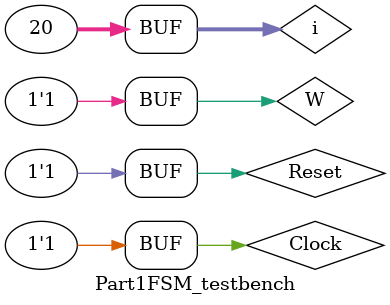
<source format=sv>

module Part1FSM(Clock, Reset, W, Z, y);
//...define input and output ports
//...define signals
    
	input logic Clock, Reset, W;
	output logic Z = 0;
	logic [3:0] CurrentState, NextState;
	logic Enable;
	logic ClearN;
	output logic [3:0] y = 0;
	logic [2:0] t;
	
	assign t[0] = Enable & y[0];
	assign t[1] = t[0] & y[1];
	assign t[2] = t[1] & y[2];
	
	//assign ClearN = 1;
	
	localparam  A = 4'h0,
				B = 4'h1,
				C = 4'h2,
				D = 4'h3,
				E = 4'h4,
				F = 4'h5,
				G = 4'h6,
				H = 4'h7,
				I = 4'h8;
				
							
	always_comb begin
		case(CurrentState)
		A: if (!W) NextState = B;
			else NextState = F;
		B: if (!W) NextState = C;
			else NextState = F;
		C: if (!W) NextState = D;
			else NextState = F;
		D: if (!W) NextState = E;
			else NextState = F;
		E: if (!W) NextState = E;
			else NextState = F;
		F: if (!W) NextState = B;
			else NextState = G;
		G: if (!W) NextState = B;
			else NextState = H;
		H: if (!W) NextState = B;
			else NextState = I;
		I: if (!W) NextState = B;
			else NextState = I;	
			default: NextState = 4'h0; //A
		endcase
	end //state_table
	
	
//module TestTFF( T, Clk, ClrN, Q/*, QN*/ );
	always_ff @(posedge Clock) begin
	
		if (Reset) begin
			CurrentState <= A;
			//Enable <= 0;
			Z <= 0;
			ClearN <= 0;
		end else begin
			CurrentState <= NextState;
		//	if (y < 8) begin Enable <= 1; end
			ClearN <= 1;
			if ((CurrentState == I) || (CurrentState ==  E)) begin
				Z <= 1; //LEDG is on
			end else Z <= 0;
		end
		y = CurrentState;
	end // state_FFS		
		 //assignments for output z and the LEDS
endmodule
	
module 	Part1FSM_testbench;

	logic Clock, Reset, W, Z, y;
	
	integer i;
	
	Part1FSM dut(Clock, Reset, W, Z, y);
	
	initial begin
		//Reset = 1;
		//#10;
		Reset = 0;
		W = 0;
		//#10;
		for (int i = 0; i < 20; i++)begin
			Clock = 0;
			#10
			//$monitor(Z);
			Clock = 1; 
			#10
			$monitor(Z);
		end
		Reset = 1;
		//#10;
		Reset = 0;
		W = 1;
		//#10
		for (i = 0; i < 20; i++)begin
			Clock = 0;
			#10
			//$monitor(Z);
			Clock = 1; 
			#10
			$monitor(Z);
		end
		Reset = 1;
		W = 0;
	//	#10;
		for (i = 0; i < 20; i++)begin
			Clock = 0;
			#10
			//$monitor(Z);
			Clock = 1; 
			#10
			$monitor(Z);
		end
		Reset = 1;
		W = 1;
	//	#10;
		for (i = 0; i < 20; i++)begin
			Clock = 0;
			#10
			//$monitor(Z);
			Clock = 1; 
			#10
			$monitor(Z);
		end
		/*Reset = 0;
		W = 0;
		for (i = 0; i < 3; i++) begin
			Clock = 0;
			#10;
			Clock = 0;
			#10;
		end 
		Clock = 1;
		#2;
		W = 1;
		#8;
		Clock = 0;
		#10;
		Clock = 1;
		#2;
		W = 0;
		#8;
		
		for(i = 0; i < 4; i++) begin
			Clock = 0;
			#10;
			Clock = 1;
			#10;
		end
		*/
	end	
endmodule	
</source>
